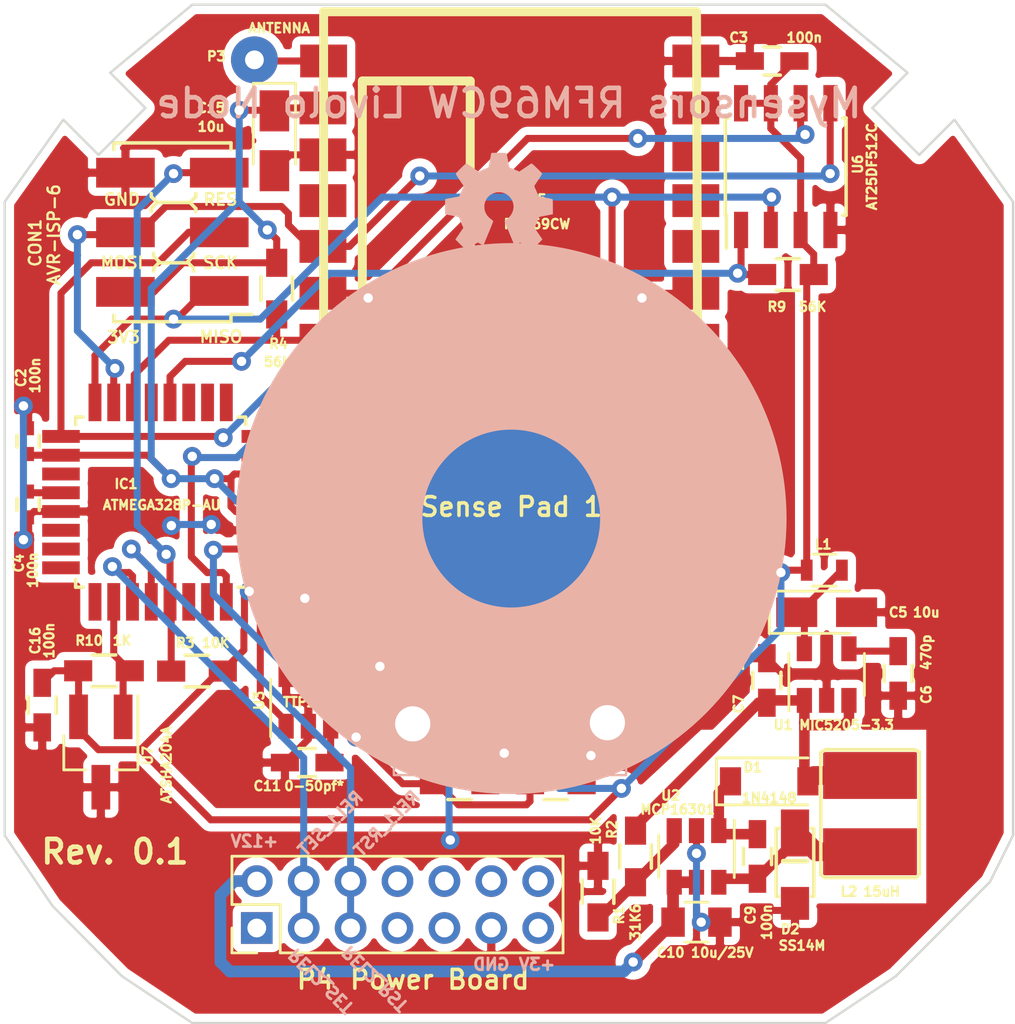
<source format=kicad_pcb>
(kicad_pcb (version 20170123) (host pcbnew no-vcs-found-d4e41c4~58~ubuntu16.04.1)
  (layers (0 F.Cu signal) (31 B.Cu signal) (34 B.Paste user) (35 F.Paste user) (36 B.SilkS user) (37 F.SilkS user) (38 B.Mask user) (39 F.Mask user) (44 Edge.Cuts user))
  (net 0 "")
  (net 1 +3V3)
  (net 2 GND)
  (net 3 "Net-(C4-Pad2)")
  (net 4 "Net-(C6-Pad1)")
  (net 5 "Net-(C7-Pad1)")
  (net 6 /RESET)
  (net 7 "Net-(C9-Pad2)")
  (net 8 "Net-(C9-Pad1)")
  (net 9 /12Vcc)
  (net 10 "Net-(C11-Pad1)")
  (net 11 /MISO)
  (net 12 /SCK)
  (net 13 /MOSI)
  (net 14 "Net-(D5-Pad1)")
  (net 15 "Net-(D6-Pad2)")
  (net 16 /INT)
  (net 17 /TS1)
  (net 18 /S1_LEDs)
  (net 19 "Net-(P3-Pad1)")
  (net 20 "Net-(R1-Pad1)")
  (net 21 /Relay1_Reset)
  (net 22 /Relay1_Set)
  (net 23 /ATSHA204A)
  (net 24 /RADIO_SS)
  (net 25 /FLASH_SS)
  (net 26 "Net-(C5-Pad1)")
  (module Resistors_SMD:R_0603_HandSoldering (layer F.Cu) (at 129.1 98.6 180)
    (fp_text reference R3 (at 0.5 1.2) (layer F.SilkS) (effects (font (size 0.4 0.4) (thickness 0.1))))
    (fp_text value 10K (at -0.8 1.2 180) (layer F.SilkS) (effects (font (size 0.4 0.4) (thickness 0.1))))
    (pad 1 smd rect (at -1.1 0 180) (size 1.2 0.9) (layers F.Cu F.Paste F.Mask) (net 1 +3V3))
    (pad 2 smd rect (at 1.1 0 180) (size 1.2 0.9) (layers F.Cu F.Paste F.Mask) (net 6 /RESET))
  )
  (module myfootprints:Livolo_EU_SW_1_Channel_1Way_Frame_VL-C702X-2_Ver_C1 (layer B.Cu) (at 142.3 92 180)
    (fp_text reference REF** hide)
    (fp_text value Livolo_EU_SW_2Ways_Frame_VL-C702X-2_Ver_C1 hide)
  )
  (module Capacitors_SMD:C_0805 (layer F.Cu) (at 150.4 109.3)
    (fp_text reference C10 (at -1.1 1.3) (layer F.SilkS) (effects (font (size 0.4 0.4) (thickness 0.1))))
    (fp_text value 10u/25V (at 1.1 1.3) (layer F.SilkS) (effects (font (size 0.4 0.4) (thickness 0.1))))
    (pad 1 smd rect (at -1 0) (size 1 1.25) (layers F.Cu F.Paste F.Mask) (net 9 /12Vcc))
    (pad 2 smd rect (at 1 0) (size 1 1.25) (layers F.Cu F.Paste F.Mask) (net 2 GND))
  )
  (module myfootprints:VLCF4020T-150MR68 (layer F.Cu) (at 157.8 104.8)
    (fp_text reference L2 (at -0.9 3.2 -180) (layer F.SilkS) (effects (font (size 0.4 0.4) (thickness 0.1))))
    (fp_text value 15uH (at 0.5 3.2 -180) (layer F.SilkS) (effects (font (size 0.4 0.4) (thickness 0.1))))
    (pad 1 smd rect (at 0 -1.75) (size 4 2) (layers F.Cu F.Paste F.Mask) (net 5 "Net-(C7-Pad1)"))
    (pad 2 smd rect (at 0 1.5) (size 4 2) (layers F.Cu F.Paste F.Mask) (net 7 "Net-(C9-Pad2)"))
  )
  (module myfootprints:SS14M (layer F.Cu) (at 154.6 107 270)
    (fp_text reference D2 (at 2.6 0.2) (layer F.SilkS) (effects (font (size 0.4 0.4) (thickness 0.1))))
    (fp_text value SS14M (at 3.3 -0.3) (layer F.SilkS) (effects (font (size 0.4 0.4) (thickness 0.1))))
    (pad 1 smd rect (at -1.5 0 270) (size 2 1.2) (layers F.Cu F.Paste F.Mask) (net 7 "Net-(C9-Pad2)"))
    (pad 2 smd rect (at 1.5 0 270) (size 1.4 1.2) (layers F.Cu F.Paste F.Mask) (net 2 GND))
  )
  (module Resistors_SMD:R_0603_HandSoldering (layer F.Cu) (at 146.2 108 270)
    (fp_text reference R2 (at -2.65 -0.6 270) (layer F.SilkS) (effects (font (size 0.4 0.4) (thickness 0.1))))
    (fp_text value 10K (at -2.6 0.1 270) (layer F.SilkS) (effects (font (size 0.4 0.4) (thickness 0.1))))
    (pad 2 smd rect (at 1.1 0 270) (size 1.2 0.9) (layers F.Cu F.Paste F.Mask) (net 20 "Net-(R1-Pad1)"))
    (pad 1 smd rect (at -1.1 0 270) (size 1.2 0.9) (layers F.Cu F.Paste F.Mask) (net 2 GND))
  )
  (module TO_SOT_Packages_SMD:SOT-23-6 (layer F.Cu) (at 150.4 106.5 270)
    (fp_text reference U2 (at -2.6 1.1) (layer F.SilkS) (effects (font (size 0.4 0.4) (thickness 0.1))))
    (fp_text value MCP16301 (at -2 0.8 180) (layer F.SilkS) (effects (font (size 0.4 0.4) (thickness 0.1))))
    (pad 5 smd rect (at 1.1 0 270) (size 1.06 0.65) (layers F.Cu F.Paste F.Mask) (net 9 /12Vcc))
    (pad 6 smd rect (at 1.1 -0.95 270) (size 1.06 0.65) (layers F.Cu F.Paste F.Mask) (net 7 "Net-(C9-Pad2)"))
    (pad 4 smd rect (at 1.1 0.95 270) (size 1.06 0.65) (layers F.Cu F.Paste F.Mask) (net 9 /12Vcc))
    (pad 3 smd rect (at -1.1 0.95 270) (size 1.06 0.65) (layers F.Cu F.Paste F.Mask) (net 20 "Net-(R1-Pad1)"))
    (pad 2 smd rect (at -1.1 0 270) (size 1.06 0.65) (layers F.Cu F.Paste F.Mask) (net 2 GND))
    (pad 1 smd rect (at -1.1 -0.95 270) (size 1.06 0.65) (layers F.Cu F.Paste F.Mask) (net 8 "Net-(C9-Pad1)"))
  )
  (module myfootprints:AVR_ISP_SMT_Small_02x03 (layer F.Cu) (at 128.05 79.9 90)
    (fp_text reference CON1 (at -0.45 -5.85 90) (layer F.SilkS) (effects (font (size 0.5 0.5) (thickness 0.1))))
    (fp_text value AVR-ISP-6 (at -0.1 -5.05 270) (layer F.SilkS) (effects (font (size 0.5 0.5) (thickness 0.1))))
    (pad 2 smd rect (at -2.54 -2 90) (size 1.27 2.5) (layers F.Cu F.Paste F.Mask) (net 1 +3V3))
    (pad 4 smd rect (at 0 -2 90) (size 1.27 2.5) (layers F.Cu F.Paste F.Mask) (net 13 /MOSI))
    (pad 6 smd rect (at 2.54 -2 90) (size 1.27 2.5) (layers F.Cu F.Paste F.Mask) (net 2 GND))
    (pad 5 smd rect (at 2.54 2 90) (size 1.27 2.5) (layers F.Cu F.Paste F.Mask) (net 6 /RESET))
    (pad 3 smd rect (at 0 2 90) (size 1.27 2.5) (layers F.Cu F.Paste F.Mask) (net 12 /SCK))
    (pad 1 smd rect (at -2.5 2 90) (size 1.27 2.5) (layers F.Cu F.Paste F.Mask) (net 11 /MISO))
  )
  (module Capacitors_Tantalum_SMD:CP_Tantalum_Case-R_EIA-2012-12_Wave (layer F.Cu) (at 155.95 96.092)
    (fp_text reference C5 (at 3.05 0.008) (layer F.SilkS) (effects (font (size 0.4 0.4) (thickness 0.1))))
    (fp_text value 10u (at 4.25 0.008) (layer F.SilkS) (effects (font (size 0.4 0.4) (thickness 0.1))))
    (pad 1 smd rect (at -1.275 0) (size 1.75 1.26) (layers F.Cu F.Paste F.Mask) (net 26 "Net-(C5-Pad1)"))
    (pad 2 smd rect (at 1.275 0) (size 1.75 1.26) (layers F.Cu F.Paste F.Mask) (net 2 GND))
  )
  (module myfootprints:touch_pad_16mm (layer F.Cu) (at 142.5 92.1)
    (fp_text reference P1 hide)
    (fp_text value "Sense Pad 1" (at 0 -0.5) (layer F.SilkS) (effects (font (size 0.8 0.8))))
    (pad 1 smd circle (at 0 0) (size 15.5 15.5) (layers B.Cu) (net 10 "Net-(C11-Pad1)"))
  )
  (module Resistors_SMD:R_0603_HandSoldering (layer F.Cu) (at 125.134 98.588)
    (fp_text reference R10 (at -0.634 -1.288) (layer F.SilkS) (effects (font (size 0.4 0.4) (thickness 0.1))))
    (fp_text value 1K (at 0.766 -1.288) (layer F.SilkS) (effects (font (size 0.4 0.4) (thickness 0.1))))
    (pad 1 smd rect (at -1.1 0) (size 1.2 0.9) (layers F.Cu F.Paste F.Mask) (net 1 +3V3))
    (pad 2 smd rect (at 1.1 0) (size 1.2 0.9) (layers F.Cu F.Paste F.Mask) (net 23 /ATSHA204A))
  )
  (module Symbols:OSHW-Logo2_7.3x6mm_SilkScreen (layer B.Cu) (at 141.975 79.275 180)
    (fp_text reference REF*** hide)
    (fp_text value OSHW-Logo2_7.3x6mm_SilkScreen hide)
  )
  (module Capacitors_SMD:C_0603_HandSoldering (layer F.Cu) (at 153.625 72.6)
    (fp_text reference C3 (at -1.425 -1 180) (layer F.SilkS) (effects (font (size 0.4 0.4) (thickness 0.1))))
    (fp_text value 100n (at 1.375 -1 180) (layer F.SilkS) (effects (font (size 0.4 0.4) (thickness 0.1))))
    (pad 1 smd rect (at -0.95 0) (size 1.2 0.75) (layers F.Cu F.Paste F.Mask) (net 2 GND))
    (pad 2 smd rect (at 0.95 0) (size 1.2 0.75) (layers F.Cu F.Paste F.Mask) (net 1 +3V3))
  )
  (module myfootprints:hole_1.5mm (layer F.Cu) (at 138.3 100.85)
    (fp_text reference REF** hide)
    (fp_text value hole_1.5mm hide)
    (pad "" np_thru_hole circle (at 0 0) (size 1.5 1.5) (drill 1.5) (layers *.Cu *.Mask))
  )
  (module myfootprints:hole_1.5mm (layer F.Cu) (at 146.6 100.8)
    (fp_text reference REF** hide)
    (fp_text value hole_1.5mm hide)
    (pad "" np_thru_hole circle (at 0 0) (size 1.5 1.5) (drill 1.5) (layers *.Cu *.Mask))
  )
  (module Capacitors_SMD:C_0402 (layer F.Cu) (at 121.9 91.5 90)
    (fp_text reference C4 (at -2.5 -0.4 270) (layer F.SilkS) (effects (font (size 0.4 0.4) (thickness 0.1))))
    (fp_text value 100n (at -2.8 0.2 270) (layer F.SilkS) (effects (font (size 0.4 0.4) (thickness 0.1))))
    (pad 1 smd rect (at -0.55 0 90) (size 0.6 0.5) (layers F.Cu F.Paste F.Mask) (net 2 GND))
    (pad 2 smd rect (at 0.55 0 90) (size 0.6 0.5) (layers F.Cu F.Paste F.Mask) (net 3 "Net-(C4-Pad2)"))
  )
  (module Capacitors_SMD:C_0402 (layer F.Cu) (at 121.9 88.8 270)
    (fp_text reference C2 (at -2.7 0.3 270) (layer F.SilkS) (effects (font (size 0.4 0.4) (thickness 0.1))))
    (fp_text value 100n (at -2.8 -0.3 270) (layer F.SilkS) (effects (font (size 0.4 0.4) (thickness 0.1))))
    (pad 1 smd rect (at -0.55 0 270) (size 0.6 0.5) (layers F.Cu F.Paste F.Mask) (net 2 GND))
    (pad 2 smd rect (at 0.55 0 270) (size 0.6 0.5) (layers F.Cu F.Paste F.Mask) (net 1 +3V3))
  )
  (module Capacitors_SMD:C_0402 (layer F.Cu) (at 133.4 90.6 270)
    (fp_text reference C1 (at -1.7 0.3 270) (layer F.SilkS) (effects (font (size 0.4 0.4) (thickness 0.1))))
    (fp_text value 100n (at -2.1 -0.3 270) (layer F.SilkS) (effects (font (size 0.4 0.4) (thickness 0.1))))
    (pad 1 smd rect (at -0.55 0 270) (size 0.6 0.5) (layers F.Cu F.Paste F.Mask) (net 1 +3V3))
    (pad 2 smd rect (at 0.55 0 270) (size 0.6 0.5) (layers F.Cu F.Paste F.Mask) (net 2 GND))
  )
  (module Capacitors_SMD:C_0603_HandSoldering (layer F.Cu) (at 153.4 99 90)
    (fp_text reference C7 (at -1 -1.2 90) (layer F.SilkS) (effects (font (size 0.4 0.4) (thickness 0.1))))
    (fp_text value 22u (at 1 -1.2 270) (layer F.SilkS) (effects (font (size 0.4 0.4) (thickness 0.1))))
    (pad 1 smd rect (at -0.95 0 90) (size 1.2 0.75) (layers F.Cu F.Paste F.Mask) (net 5 "Net-(C7-Pad1)"))
    (pad 2 smd rect (at 0.95 0 90) (size 1.2 0.75) (layers F.Cu F.Paste F.Mask) (net 2 GND))
  )
  (module Capacitors_SMD:C_0603_HandSoldering (layer F.Cu) (at 159 98.7 270)
    (fp_text reference C6 (at 0.9 -1.2 270) (layer F.SilkS) (effects (font (size 0.4 0.4) (thickness 0.1))))
    (fp_text value 470p (at -0.9 -1.2 270) (layer F.SilkS) (effects (font (size 0.4 0.4) (thickness 0.1))))
    (pad 2 smd rect (at 0.95 0 270) (size 1.2 0.75) (layers F.Cu F.Paste F.Mask) (net 2 GND))
    (pad 1 smd rect (at -0.95 0 270) (size 1.2 0.75) (layers F.Cu F.Paste F.Mask) (net 4 "Net-(C6-Pad1)"))
  )
  (module Capacitors_SMD:C_0603_HandSoldering (layer F.Cu) (at 153 106.5 270)
    (fp_text reference C9 (at 2.5 0.3 270) (layer F.SilkS) (effects (font (size 0.4 0.4) (thickness 0.1))))
    (fp_text value 100n (at 2.8 -0.4 90) (layer F.SilkS) (effects (font (size 0.4 0.4) (thickness 0.1))))
    (pad 2 smd rect (at 0.95 0 270) (size 1.2 0.75) (layers F.Cu F.Paste F.Mask) (net 7 "Net-(C9-Pad2)"))
    (pad 1 smd rect (at -0.95 0 270) (size 1.2 0.75) (layers F.Cu F.Paste F.Mask) (net 8 "Net-(C9-Pad1)"))
  )
  (module Capacitors_SMD:C_0603_HandSoldering (layer F.Cu) (at 133.8 102.5 180)
    (fp_text reference C11 (at 1.7 -1 180) (layer F.SilkS) (effects (font (size 0.4 0.4) (thickness 0.1))))
    (fp_text value 0-50pf* (at -0.3 -1 180) (layer F.SilkS) (effects (font (size 0.4 0.4) (thickness 0.1))))
    (pad 1 smd rect (at -0.95 0 180) (size 1.2 0.75) (layers F.Cu F.Paste F.Mask) (net 10 "Net-(C11-Pad1)"))
    (pad 2 smd rect (at 0.95 0 180) (size 1.2 0.75) (layers F.Cu F.Paste F.Mask) (net 2 GND))
  )
  (module Capacitors_SMD:C_0603_HandSoldering (layer F.Cu) (at 133.8 97.2 180)
    (fp_text reference C13 (at 1.1 1 180) (layer F.SilkS) (effects (font (size 0.4 0.4) (thickness 0.1))))
    (fp_text value 100n (at -1.2 1 180) (layer F.SilkS) (effects (font (size 0.4 0.4) (thickness 0.1))))
    (pad 2 smd rect (at 0.95 0 180) (size 1.2 0.75) (layers F.Cu F.Paste F.Mask) (net 2 GND))
    (pad 1 smd rect (at -0.95 0 180) (size 1.2 0.75) (layers F.Cu F.Paste F.Mask) (net 1 +3V3))
  )
  (module Diodes_SMD:SOD-123 (layer F.Cu) (at 153.5 103.3)
    (fp_text reference D1 (at -0.7 -0.6 180) (layer F.SilkS) (effects (font (size 0.4 0.4) (thickness 0.1))))
    (fp_text value 1N4148 (at 0 0.7) (layer F.SilkS) (effects (font (size 0.4 0.4) (thickness 0.1))))
    (pad 2 smd rect (at 1.65 0) (size 0.9 1.2) (layers F.Cu F.Paste F.Mask) (net 5 "Net-(C7-Pad1)"))
    (pad 1 smd rect (at -1.65 0) (size 0.9 1.2) (layers F.Cu F.Paste F.Mask) (net 8 "Net-(C9-Pad1)"))
  )
  (module Diodes_SMD:D_0603 (layer B.Cu) (at 144.05 102.15 180)
    (fp_text reference D5 (at -0.85 1.05 180) (layer B.SilkS) (effects (font (size 0.4 0.4) (thickness 0.1)) (justify mirror)))
    (fp_text value Red (at 0.65 1.05 180) (layer B.SilkS) (effects (font (size 0.4 0.4) (thickness 0.1)) (justify mirror)))
    (pad 1 smd rect (at -0.85 0 180) (size 0.6 0.8) (layers B.Cu B.Paste B.Mask) (net 14 "Net-(D5-Pad1)"))
    (pad 2 smd rect (at 0.85 0 180) (size 0.6 0.8) (layers B.Cu B.Paste B.Mask) (net 1 +3V3))
  )
  (module Diodes_SMD:D_0603 (layer B.Cu) (at 140.7 102.15)
    (fp_text reference D6 (at 1 -1.05) (layer B.SilkS) (effects (font (size 0.4 0.4) (thickness 0.1)) (justify mirror)))
    (fp_text value Blue (at -0.6 -1.05) (layer B.SilkS) (effects (font (size 0.4 0.4) (thickness 0.1)) (justify mirror)))
    (pad 2 smd rect (at 0.85 0) (size 0.6 0.8) (layers B.Cu B.Paste B.Mask) (net 15 "Net-(D6-Pad2)"))
    (pad 1 smd rect (at -0.85 0) (size 0.6 0.8) (layers B.Cu B.Paste B.Mask) (net 2 GND))
  )
  (module Housings_QFP:TQFP-32_7x7mm_Pitch0.8mm (layer F.Cu) (at 127.55 91.4 180)
    (fp_text reference IC1 (at 1.475 0.775) (layer F.SilkS) (effects (font (size 0.4 0.4) (thickness 0.1))))
    (fp_text value ATMEGA328P-AU (at -0.05 -0.125) (layer F.SilkS) (effects (font (size 0.4 0.4) (thickness 0.1))))
    (pad 32 smd rect (at -2.8 -4.25 270) (size 1.6 0.55) (layers F.Cu F.Paste F.Mask) (net 16 /INT))
    (pad 31 smd rect (at -2 -4.25 270) (size 1.6 0.55) (layers F.Cu F.Paste F.Mask))
    (pad 30 smd rect (at -1.2 -4.25 270) (size 1.6 0.55) (layers F.Cu F.Paste F.Mask))
    (pad 29 smd rect (at -0.4 -4.25 270) (size 1.6 0.55) (layers F.Cu F.Paste F.Mask) (net 6 /RESET))
    (pad 28 smd rect (at 0.4 -4.25 270) (size 1.6 0.55) (layers F.Cu F.Paste F.Mask) (net 21 /Relay1_Reset))
    (pad 27 smd rect (at 1.2 -4.25 270) (size 1.6 0.55) (layers F.Cu F.Paste F.Mask) (net 22 /Relay1_Set))
    (pad 26 smd rect (at 2 -4.25 270) (size 1.6 0.55) (layers F.Cu F.Paste F.Mask) (net 23 /ATSHA204A))
    (pad 25 smd rect (at 2.8 -4.25 270) (size 1.6 0.55) (layers F.Cu F.Paste F.Mask))
    (pad 24 smd rect (at 4.25 -2.8 180) (size 1.6 0.55) (layers F.Cu F.Paste F.Mask))
    (pad 23 smd rect (at 4.25 -2 180) (size 1.6 0.55) (layers F.Cu F.Paste F.Mask))
    (pad 22 smd rect (at 4.25 -1.2 180) (size 1.6 0.55) (layers F.Cu F.Paste F.Mask))
    (pad 21 smd rect (at 4.25 -0.4 180) (size 1.6 0.55) (layers F.Cu F.Paste F.Mask) (net 2 GND))
    (pad 20 smd rect (at 4.25 0.4 180) (size 1.6 0.55) (layers F.Cu F.Paste F.Mask) (net 3 "Net-(C4-Pad2)"))
    (pad 19 smd rect (at 4.25 1.2 180) (size 1.6 0.55) (layers F.Cu F.Paste F.Mask))
    (pad 18 smd rect (at 4.25 2 180) (size 1.6 0.55) (layers F.Cu F.Paste F.Mask) (net 1 +3V3))
    (pad 17 smd rect (at 4.25 2.8 180) (size 1.6 0.55) (layers F.Cu F.Paste F.Mask) (net 12 /SCK))
    (pad 16 smd rect (at 2.8 4.25 270) (size 1.6 0.55) (layers F.Cu F.Paste F.Mask) (net 11 /MISO))
    (pad 15 smd rect (at 2 4.25 270) (size 1.6 0.55) (layers F.Cu F.Paste F.Mask) (net 13 /MOSI))
    (pad 14 smd rect (at 1.2 4.25 270) (size 1.6 0.55) (layers F.Cu F.Paste F.Mask) (net 24 /RADIO_SS))
    (pad 13 smd rect (at 0.4 4.25 270) (size 1.6 0.55) (layers F.Cu F.Paste F.Mask))
    (pad 12 smd rect (at -0.4 4.25 270) (size 1.6 0.55) (layers F.Cu F.Paste F.Mask) (net 25 /FLASH_SS))
    (pad 11 smd rect (at -1.2 4.25 270) (size 1.6 0.55) (layers F.Cu F.Paste F.Mask))
    (pad 10 smd rect (at -2 4.25 270) (size 1.6 0.55) (layers F.Cu F.Paste F.Mask))
    (pad 9 smd rect (at -2.8 4.25 270) (size 1.6 0.55) (layers F.Cu F.Paste F.Mask))
    (pad 8 smd rect (at -4.25 2.8 180) (size 1.6 0.55) (layers F.Cu F.Paste F.Mask))
    (pad 7 smd rect (at -4.25 2 180) (size 1.6 0.55) (layers F.Cu F.Paste F.Mask))
    (pad 6 smd rect (at -4.25 1.2 180) (size 1.6 0.55) (layers F.Cu F.Paste F.Mask) (net 1 +3V3))
    (pad 5 smd rect (at -4.25 0.4 180) (size 1.6 0.55) (layers F.Cu F.Paste F.Mask) (net 2 GND))
    (pad 4 smd rect (at -4.25 -0.4 180) (size 1.6 0.55) (layers F.Cu F.Paste F.Mask) (net 1 +3V3))
    (pad 3 smd rect (at -4.25 -1.2 180) (size 1.6 0.55) (layers F.Cu F.Paste F.Mask) (net 2 GND))
    (pad 2 smd rect (at -4.25 -2 180) (size 1.6 0.55) (layers F.Cu F.Paste F.Mask) (net 18 /S1_LEDs))
    (pad 1 smd rect (at -4.25 -2.8 180) (size 1.6 0.55) (layers F.Cu F.Paste F.Mask) (net 17 /TS1))
  )
  (module Wire_Pads:SolderWirePad_single_0-8mmDrill (layer F.Cu) (at 131.55 72.55)
    (fp_text reference P3 (at -1.625 -0.15) (layer F.SilkS) (effects (font (size 0.4 0.4) (thickness 0.1))))
    (fp_text value ANTENNA (at 1.05 -1.35) (layer F.SilkS) (effects (font (size 0.4 0.4) (thickness 0.1))))
    (pad 1 thru_hole circle (at 0 0) (size 1.99898 1.99898) (drill 0.8001) (layers *.Cu *.Mask) (net 19 "Net-(P3-Pad1)"))
  )
  (module Resistors_SMD:R_0603_HandSoldering (layer F.Cu) (at 147.8 106.5 90)
    (fp_text reference R1 (at -2.5 -0.7 90) (layer F.SilkS) (effects (font (size 0.4 0.4) (thickness 0.1))))
    (fp_text value 31K6 (at -2.8 0 90) (layer F.SilkS) (effects (font (size 0.4 0.4) (thickness 0.1))))
    (pad 1 smd rect (at -1.1 0 90) (size 1.2 0.9) (layers F.Cu F.Paste F.Mask) (net 20 "Net-(R1-Pad1)"))
    (pad 2 smd rect (at 1.1 0 90) (size 1.2 0.9) (layers F.Cu F.Paste F.Mask) (net 5 "Net-(C7-Pad1)"))
  )
  (module Resistors_SMD:R_0603_HandSoldering (layer F.Cu) (at 132.5 82.3 90)
    (fp_text reference R4 (at -2.35 0.075 180) (layer F.SilkS) (effects (font (size 0.4 0.4) (thickness 0.1))))
    (fp_text value 56K (at -3.125 0.05 180) (layer F.SilkS) (effects (font (size 0.4 0.4) (thickness 0.1))))
    (pad 2 smd rect (at 1.1 0 90) (size 1.2 0.9) (layers F.Cu F.Paste F.Mask) (net 1 +3V3))
    (pad 1 smd rect (at -1.1 0 90) (size 1.2 0.9) (layers F.Cu F.Paste F.Mask) (net 24 /RADIO_SS))
  )
  (module Resistors_SMD:R_0603_HandSoldering (layer F.Cu) (at 140.3 103.4 180)
    (fp_text reference R5 (at 1.3 1.2 180) (layer F.SilkS) (effects (font (size 0.4 0.4) (thickness 0.1))))
    (fp_text value 1K* (at 0 1.2 180) (layer F.SilkS) (effects (font (size 0.4 0.4) (thickness 0.1))))
    (pad 1 smd rect (at -1.1 0 180) (size 1.2 0.9) (layers F.Cu F.Paste F.Mask) (net 15 "Net-(D6-Pad2)"))
    (pad 2 smd rect (at 1.1 0 180) (size 1.2 0.9) (layers F.Cu F.Paste F.Mask) (net 18 /S1_LEDs))
  )
  (module Resistors_SMD:R_0603_HandSoldering (layer F.Cu) (at 144.4 103.4 180)
    (fp_text reference R6 (at 1.2 1.2) (layer F.SilkS) (effects (font (size 0.4 0.4) (thickness 0.1))))
    (fp_text value 1K* (at -0.1 1.2) (layer F.SilkS) (effects (font (size 0.4 0.4) (thickness 0.1))))
    (pad 2 smd rect (at 1.1 0 180) (size 1.2 0.9) (layers F.Cu F.Paste F.Mask) (net 18 /S1_LEDs))
    (pad 1 smd rect (at -1.1 0 180) (size 1.2 0.9) (layers F.Cu F.Paste F.Mask) (net 14 "Net-(D5-Pad1)"))
  )
  (module TO_SOT_Packages_SMD:SOT-23-5 (layer F.Cu) (at 155.95 98.75 90)
    (fp_text reference U1 (at -2.15 -1.85 180) (layer F.SilkS) (effects (font (size 0.4 0.4) (thickness 0.1))))
    (fp_text value MIC5205-3.3 (at -2.15 0.85 180) (layer F.SilkS) (effects (font (size 0.4 0.4) (thickness 0.1))))
    (pad 5 smd rect (at 1.1 -0.95 90) (size 1.06 0.65) (layers F.Cu F.Paste F.Mask) (net 26 "Net-(C5-Pad1)"))
    (pad 4 smd rect (at 1.1 0.95 90) (size 1.06 0.65) (layers F.Cu F.Paste F.Mask) (net 4 "Net-(C6-Pad1)"))
    (pad 3 smd rect (at -1.1 0.95 90) (size 1.06 0.65) (layers F.Cu F.Paste F.Mask) (net 5 "Net-(C7-Pad1)"))
    (pad 2 smd rect (at -1.1 0 90) (size 1.06 0.65) (layers F.Cu F.Paste F.Mask) (net 2 GND))
    (pad 1 smd rect (at -1.1 -0.95 90) (size 1.06 0.65) (layers F.Cu F.Paste F.Mask) (net 5 "Net-(C7-Pad1)"))
  )
  (module TO_SOT_Packages_SMD:SOT-23-6 (layer F.Cu) (at 133.85 99.85 90)
    (fp_text reference U3 (at 0 -2.1 270) (layer F.SilkS) (effects (font (size 0.4 0.4) (thickness 0.1))))
    (fp_text value TTP223 (at -0.075 0) (layer F.SilkS) (effects (font (size 0.4 0.4) (thickness 0.1))))
    (pad 5 smd rect (at 1.1 0 90) (size 1.06 0.65) (layers F.Cu F.Paste F.Mask) (net 1 +3V3))
    (pad 6 smd rect (at 1.1 -0.95 90) (size 1.06 0.65) (layers F.Cu F.Paste F.Mask) (net 2 GND))
    (pad 4 smd rect (at 1.1 0.95 90) (size 1.06 0.65) (layers F.Cu F.Paste F.Mask) (net 1 +3V3))
    (pad 3 smd rect (at -1.1 0.95 90) (size 1.06 0.65) (layers F.Cu F.Paste F.Mask) (net 10 "Net-(C11-Pad1)"))
    (pad 2 smd rect (at -1.1 0 90) (size 1.06 0.65) (layers F.Cu F.Paste F.Mask) (net 2 GND))
    (pad 1 smd rect (at -1.1 -0.95 90) (size 1.06 0.65) (layers F.Cu F.Paste F.Mask) (net 17 /TS1))
  )
  (module myfootprints:RFM69CW (layer F.Cu) (at 142.45 78.55)
    (fp_text reference U5 (at 1.15 -0.05) (layer F.SilkS) (effects (font (size 0.4 0.4) (thickness 0.1))))
    (fp_text value RFM69CW (at 1.15 1) (layer F.SilkS) (effects (font (size 0.4 0.4) (thickness 0.1))))
    (pad 1 smd rect (at -7.9502 -5.95122) (size 1.99898 1.39954) (layers F.Cu F.Paste F.Mask) (net 19 "Net-(P3-Pad1)"))
    (pad 2 smd rect (at -7.97814 -3.9497) (size 1.99898 1.39954) (layers F.Cu F.Paste F.Mask) (net 1 +3V3))
    (pad 3 smd rect (at -7.97814 -1.95072) (size 1.99898 1.39954) (layers F.Cu F.Paste F.Mask) (net 2 GND))
    (pad 4 smd rect (at -7.97814 0) (size 1.99898 1.39954) (layers F.Cu F.Paste F.Mask))
    (pad 5 smd rect (at -7.97814 1.95072) (size 1.99898 1.39954) (layers F.Cu F.Paste F.Mask) (net 13 /MOSI))
    (pad 6 smd rect (at -7.97814 3.9497) (size 1.99898 1.39954) (layers F.Cu F.Paste F.Mask) (net 12 /SCK))
    (pad 7 smd rect (at -7.97814 5.95122) (size 1.99898 1.39954) (layers F.Cu F.Paste F.Mask) (net 24 /RADIO_SS))
    (pad 8 smd rect (at 7.92226 5.95122) (size 1.99898 1.39954) (layers F.Cu F.Paste F.Mask) (net 11 /MISO))
    (pad 9 smd rect (at 7.92226 3.9497) (size 1.99898 1.39954) (layers F.Cu F.Paste F.Mask) (net 16 /INT))
    (pad 10 smd rect (at 7.92226 1.95072) (size 1.99898 1.39954) (layers F.Cu F.Paste F.Mask))
    (pad 11 smd rect (at 7.92226 0) (size 1.99898 1.39954) (layers F.Cu F.Paste F.Mask))
    (pad 12 smd rect (at 7.92226 -1.95072) (size 1.99898 1.39954) (layers F.Cu F.Paste F.Mask))
    (pad 13 smd rect (at 7.92226 -3.9497) (size 1.99898 1.39954) (layers F.Cu F.Paste F.Mask))
    (pad 14 smd rect (at 7.92226 -5.95122) (size 1.99898 1.39954) (layers F.Cu F.Paste F.Mask) (net 2 GND))
  )
  (module Capacitors_SMD:C_0603_HandSoldering (layer F.Cu) (at 122.5 100.05 90)
    (fp_text reference C16 (at 2.75 -0.3 90) (layer F.SilkS) (effects (font (size 0.4 0.4) (thickness 0.1))))
    (fp_text value 100n (at 2.75 0.3 90) (layer F.SilkS) (effects (font (size 0.4 0.4) (thickness 0.1))))
    (pad 2 smd rect (at 0.95 0 90) (size 1.2 0.75) (layers F.Cu F.Paste F.Mask) (net 1 +3V3))
    (pad 1 smd rect (at -0.95 0 90) (size 1.2 0.75) (layers F.Cu F.Paste F.Mask) (net 2 GND))
  )
  (module Resistors_SMD:R_0603_HandSoldering (layer F.Cu) (at 154.3 81.7 180)
    (fp_text reference R9 (at 0.475 -1.375 180) (layer F.SilkS) (effects (font (size 0.4 0.4) (thickness 0.1))))
    (fp_text value 56K (at -1.05 -1.375 180) (layer F.SilkS) (effects (font (size 0.4 0.4) (thickness 0.1))))
    (pad 2 smd rect (at 1.1 0 180) (size 1.2 0.9) (layers F.Cu F.Paste F.Mask) (net 25 /FLASH_SS))
    (pad 1 smd rect (at -1.1 0 180) (size 1.2 0.9) (layers F.Cu F.Paste F.Mask) (net 1 +3V3))
  )
  (module Housings_SOIC:SOIC-8_3.9x4.9mm_Pitch1.27mm (layer F.Cu) (at 154.205 77.1 90)
    (fp_text reference U6 (at 0.1 3.075 270) (layer F.SilkS) (effects (font (size 0.4 0.4) (thickness 0.1))))
    (fp_text value AT25DF512C (at 0 3.675 90) (layer F.SilkS) (effects (font (size 0.4 0.4) (thickness 0.1))))
    (pad 8 smd rect (at 2.7 -1.905 90) (size 1.55 0.6) (layers F.Cu F.Paste F.Mask) (net 1 +3V3))
    (pad 7 smd rect (at 2.7 -0.635 90) (size 1.55 0.6) (layers F.Cu F.Paste F.Mask) (net 1 +3V3))
    (pad 6 smd rect (at 2.7 0.635 90) (size 1.55 0.6) (layers F.Cu F.Paste F.Mask) (net 12 /SCK))
    (pad 5 smd rect (at 2.7 1.905 90) (size 1.55 0.6) (layers F.Cu F.Paste F.Mask) (net 13 /MOSI))
    (pad 4 smd rect (at -2.7 1.905 90) (size 1.55 0.6) (layers F.Cu F.Paste F.Mask) (net 2 GND))
    (pad 3 smd rect (at -2.7 0.635 90) (size 1.55 0.6) (layers F.Cu F.Paste F.Mask) (net 1 +3V3))
    (pad 2 smd rect (at -2.7 -0.635 90) (size 1.55 0.6) (layers F.Cu F.Paste F.Mask) (net 11 /MISO))
    (pad 1 smd rect (at -2.7 -1.905 90) (size 1.55 0.6) (layers F.Cu F.Paste F.Mask) (net 25 /FLASH_SS))
  )
  (module TO_SOT_Packages_SMD:SOT-23_Handsoldering (layer F.Cu) (at 125 102.05 270)
    (fp_text reference U7 (at 0.15 -2 270) (layer F.SilkS) (effects (font (size 0.4 0.4) (thickness 0.1))))
    (fp_text value ATSHA204A (at 0.55 -2.8 90) (layer F.SilkS) (effects (font (size 0.4 0.4) (thickness 0.1))))
    (pad 3 smd rect (at 1.5 0 270) (size 1.9 0.8) (layers F.Cu F.Paste F.Mask) (net 2 GND))
    (pad 2 smd rect (at -1.5 0.95 270) (size 1.9 0.8) (layers F.Cu F.Paste F.Mask) (net 1 +3V3))
    (pad 1 smd rect (at -1.5 -0.95 270) (size 1.9 0.8) (layers F.Cu F.Paste F.Mask) (net 23 /ATSHA204A))
  )
  (module Resistors_SMD:R_0603 (layer F.Cu) (at 155.85 94.3)
    (fp_text reference L1 (at -0.05 -1.1) (layer F.SilkS) (effects (font (size 0.4 0.4) (thickness 0.1))))
    (fp_text value BLM18HE152SN1D hide)
    (pad 2 smd rect (at 0.75 0) (size 0.5 0.9) (layers F.Cu F.Paste F.Mask) (net 26 "Net-(C5-Pad1)"))
    (pad 1 smd rect (at -0.75 0) (size 0.5 0.9) (layers F.Cu F.Paste F.Mask) (net 1 +3V3))
  )
  (module Capacitors_Tantalum_SMD:CP_Tantalum_Case-R_EIA-2012-12_Wave (layer F.Cu) (at 132.4 76 270)
    (fp_text reference C15 (at -1.4 2.7) (layer F.SilkS) (effects (font (size 0.4 0.4) (thickness 0.1))))
    (fp_text value 10u (at -0.6 2.7) (layer F.SilkS) (effects (font (size 0.4 0.4) (thickness 0.1))))
    (pad 2 smd rect (at 1.275 0 270) (size 1.75 1.26) (layers F.Cu F.Paste F.Mask) (net 2 GND))
    (pad 1 smd rect (at -1.275 0 270) (size 1.75 1.26) (layers F.Cu F.Paste F.Mask) (net 1 +3V3))
  )
  (module Pin_Headers:Pin_Header_Straight_2x07_Pitch2.00mm (layer F.Cu) (at 131.65 109.55 90)
    (fp_text reference P4 (at -2.2 2.5 180) (layer F.SilkS) (effects (font (size 0.8 0.8))))
    (fp_text value "Power Board" (at -2.2 7.8 180) (layer F.SilkS) (effects (font (size 0.8 0.8))))
    (pad 14 thru_hole oval (at 2 12 90) (size 1.35 1.35) (drill 0.8) (layers *.Cu *.Mask))
    (pad 13 thru_hole oval (at 0 12 90) (size 1.35 1.35) (drill 0.8) (layers *.Cu *.Mask))
    (pad 12 thru_hole oval (at 2 10 90) (size 1.35 1.35) (drill 0.8) (layers *.Cu *.Mask))
    (pad 11 thru_hole oval (at 0 10 90) (size 1.35 1.35) (drill 0.8) (layers *.Cu *.Mask) (net 2 GND))
    (pad 10 thru_hole oval (at 2 8 90) (size 1.35 1.35) (drill 0.8) (layers *.Cu *.Mask))
    (pad 9 thru_hole oval (at 0 8 90) (size 1.35 1.35) (drill 0.8) (layers *.Cu *.Mask))
    (pad 8 thru_hole oval (at 2 6 90) (size 1.35 1.35) (drill 0.8) (layers *.Cu *.Mask))
    (pad 7 thru_hole oval (at 0 6 90) (size 1.35 1.35) (drill 0.8) (layers *.Cu *.Mask))
    (pad 6 thru_hole oval (at 2 4 90) (size 1.35 1.35) (drill 0.8) (layers *.Cu *.Mask) (net 21 /Relay1_Reset))
    (pad 5 thru_hole oval (at 0 4 90) (size 1.35 1.35) (drill 0.8) (layers *.Cu *.Mask) (net 21 /Relay1_Reset))
    (pad 4 thru_hole oval (at 2 2 90) (size 1.35 1.35) (drill 0.8) (layers *.Cu *.Mask) (net 22 /Relay1_Set))
    (pad 3 thru_hole oval (at 0 2 90) (size 1.35 1.35) (drill 0.8) (layers *.Cu *.Mask) (net 22 /Relay1_Set))
    (pad 2 thru_hole oval (at 2 0 90) (size 1.35 1.35) (drill 0.8) (layers *.Cu *.Mask) (net 9 /12Vcc))
    (pad 1 thru_hole rect (at 0 0 90) (size 1.35 1.35) (drill 0.8) (layers *.Cu *.Mask))
  )
  (gr_text +3V (at 143.6 111.1) (layer B.SilkS) (effects (font (size 0.5 0.5) (thickness 0.12)) (justify mirror)))
  (gr_line (start 158.90064 111.60234) (end 162.91 107.59) (layer Edge.Cuts) (width 0.1))
  (gr_line (start 157.89988 74.60216) (end 159.89886 76.60114) (layer Edge.Cuts) (width 0.1))
  (gr_line (start 125.89842 111.60234) (end 128.9007 113.60132) (layer Edge.Cuts) (width 0.1))
  (gr_line (start 163.89936 105.60032) (end 163.89936 78.60012) (layer Edge.Cuts) (width 0.1))
  (gr_line (start 126.89918 74.60216) (end 125.40058 73.10102) (layer Edge.Cuts) (width 0.1))
  (gr_line (start 155.9 70.2) (end 159.39848 73.10102) (layer Edge.Cuts) (width 0.1))
  (gr_line (start 162.91 107.59) (end 163.89936 105.60032) (layer Edge.Cuts) (width 0.1))
  (gr_line (start 120.8997 105.60032) (end 120.8997 78.60012) (layer Edge.Cuts) (width 0.1))
  (gr_line (start 123.39906 75.1) (end 124.9002 76.60114) (layer Edge.Cuts) (width 0.1))
  (gr_line (start 124.9002 76.60114) (end 126.89918 74.60216) (layer Edge.Cuts) (width 0.1))
  (gr_line (start 125.40058 73.10102) (end 128.9 70.2) (layer Edge.Cuts) (width 0.1))
  (gr_line (start 128.9 70.2) (end 155.89766 70.2) (layer Edge.Cuts) (width 0.1))
  (gr_line (start 159.89886 76.60114) (end 161.4 75.1) (layer Edge.Cuts) (width 0.1))
  (gr_line (start 122.94 108.61) (end 125.89842 111.60234) (layer Edge.Cuts) (width 0.1))
  (gr_line (start 155.89836 113.60132) (end 158.90064 111.60234) (layer Edge.Cuts) (width 0.1))
  (gr_line (start 128.9007 113.60132) (end 155.89836 113.60132) (layer Edge.Cuts) (width 0.1))
  (gr_line (start 120.8997 105.60032) (end 122.94 108.61) (layer Edge.Cuts) (width 0.1))
  (gr_line (start 159.39848 73.10102) (end 157.89988 74.60216) (layer Edge.Cuts) (width 0.1))
  (gr_line (start 120.8997 78.60012) (end 123.39906 75.1) (layer Edge.Cuts) (width 0.1))
  (gr_line (start 161.4 75.1) (end 163.89936 78.60012) (layer Edge.Cuts) (width 0.1))
  (gr_text REL1_SET (at 134.8 105.1 45) (layer B.SilkS) (effects (font (size 0.5 0.5) (thickness 0.12)) (justify mirror)))
  (gr_text REL1_RST (at 137.2 105.1 45) (layer B.SilkS) (effects (font (size 0.5 0.5) (thickness 0.12)) (justify mirror)))
  (gr_text REL2_RST (at 136.7 111.7 135) (layer B.SilkS) (effects (font (size 0.5 0.5) (thickness 0.12)) (justify mirror)))
  (gr_text REL2_SET (at 134.4 111.8 135) (layer B.SilkS) (effects (font (size 0.5 0.5) (thickness 0.12)) (justify mirror)))
  (gr_text "Rev. 0.1" (at 125.6 106.3) (layer F.SilkS) (effects (font (size 1 1) (thickness 0.2))))
  (gr_text RES (at 130.1 78.5) (layer F.SilkS) (effects (font (size 0.5 0.5) (thickness 0.1))))
  (gr_text SCK (at 130.1 81.2) (layer F.SilkS) (effects (font (size 0.5 0.5) (thickness 0.1))))
  (gr_text MISO (at 130.125 84.35) (layer F.SilkS) (effects (font (size 0.5 0.5) (thickness 0.1))))
  (gr_text GND (at 125.9 78.5) (layer F.SilkS) (effects (font (size 0.5 0.5) (thickness 0.1))))
  (gr_text MOSI (at 125.9 81.2) (layer F.SilkS) (effects (font (size 0.5 0.5) (thickness 0.1))))
  (gr_text 3V3 (at 125.975 84.375) (layer F.SilkS) (effects (font (size 0.5 0.5) (thickness 0.1))))
  (gr_text GND (at 141.65 111.1) (layer B.SilkS) (effects (font (size 0.5 0.5) (thickness 0.12)) (justify mirror)))
  (gr_text +12V (at 131.55 105.85) (layer B.SilkS) (effects (font (size 0.5 0.5) (thickness 0.12)) (justify mirror)))
  (gr_text "Mysensors RFM69CW Livolo Node" (at 142.4 74.4) (layer B.SilkS) (effects (font (size 1.2 1.2) (thickness 0.2)) (justify mirror)))
  (segment (start 131.325001 95.20231) (end 131.325001 91.874991) (width 0.3) (layer B.Cu) (net 1))
  (segment (start 131.325001 91.874991) (end 129.85001 90.4) (width 0.3) (layer B.Cu) (net 1))
  (segment (start 155.4 81.7) (end 155.4 80.835) (width 0.3) (layer F.Cu) (net 1))
  (segment (start 155.4 80.835) (end 154.84 80.275) (width 0.3) (layer F.Cu) (net 1))
  (segment (start 154.84 80.275) (end 154.84 79.8) (width 0.3) (layer F.Cu) (net 1))
  (segment (start 153.57 75.475) (end 154.84 76.745) (width 0.3) (layer F.Cu) (net 1))
  (segment (start 153.57 74.4) (end 153.57 75.475) (width 0.3) (layer F.Cu) (net 1))
  (segment (start 154.84 76.745) (end 154.84 79.8) (width 0.3) (layer F.Cu) (net 1))
  (segment (start 153.57 74.4) (end 153.57 73.605) (width 0.3) (layer F.Cu) (net 1))
  (segment (start 153.57 73.605) (end 154.575 72.6) (width 0.3) (layer F.Cu) (net 1))
  (segment (start 152.3 74.4) (end 153.57 74.4) (width 0.3) (layer F.Cu) (net 1))
  (segment (start 144.55 103.6) (end 147.2 103.6) (width 0.3) (layer B.Cu) (net 1))
  (segment (start 143.2 102.25) (end 144.55 103.6) (width 0.3) (layer B.Cu) (net 1))
  (segment (start 145.86128 104.93872) (end 147.2 103.6) (width 0.3) (layer F.Cu) (net 1))
  (segment (start 129.688718 104.93872) (end 145.86128 104.93872) (width 0.3) (layer F.Cu) (net 1))
  (segment (start 154 96.8) (end 147.2 103.6) (width 0.3) (layer B.Cu) (net 1))
  (segment (start 154 94.4) (end 154 96.8) (width 0.3) (layer B.Cu) (net 1))
  (segment (start 143.2 102.15) (end 143.2 102.25) (width 0.3) (layer B.Cu) (net 1))
  (segment (start 126.699999 101.950001) (end 129.688718 104.93872) (width 0.3) (layer F.Cu) (net 1))
  (via (at 147.2 103.6) (size 0.8) (drill 0.4) (layers F.Cu B.Cu) (net 1))
  (segment (start 124.034 98.588) (end 123.012 98.588) (width 0.3) (layer F.Cu) (net 1))
  (segment (start 123.012 98.588) (end 122.5 99.1) (width 0.3) (layer F.Cu) (net 1))
  (segment (start 129.85001 90.4) (end 130.5 90.4) (width 0.3) (layer F.Cu) (net 1))
  (segment (start 130.5 90.4) (end 130.7 90.2) (width 0.3) (layer F.Cu) (net 1))
  (segment (start 132.1 79.8) (end 130.9 78.6) (width 0.3) (layer B.Cu) (net 1))
  (segment (start 130.9 78.6) (end 130.9 78.541998) (width 0.3) (layer B.Cu) (net 1))
  (segment (start 127.149998 82.292) (end 130.9 78.541998) (width 0.3) (layer B.Cu) (net 1))
  (segment (start 127.999989 90.4) (end 127.149998 89.550009) (width 0.3) (layer B.Cu) (net 1))
  (segment (start 127.149998 89.550009) (end 127.149998 82.292) (width 0.3) (layer B.Cu) (net 1))
  (segment (start 130.9 78.541998) (end 130.9 74.7) (width 0.3) (layer B.Cu) (net 1))
  (segment (start 132.5 81.2) (end 132.499999 80.199999) (width 0.3) (layer F.Cu) (net 1))
  (segment (start 132.499999 80.199999) (end 132.1 79.8) (width 0.3) (layer F.Cu) (net 1))
  (via (at 132.1 79.8) (size 0.8) (drill 0.4) (layers F.Cu B.Cu) (net 1))
  (segment (start 126.05 82.44) (end 127.26 82.44) (width 0.3) (layer F.Cu) (net 1))
  (segment (start 127.26 82.44) (end 128.5 81.2) (width 0.3) (layer F.Cu) (net 1))
  (segment (start 128.5 81.2) (end 132.5 81.2) (width 0.3) (layer F.Cu) (net 1))
  (segment (start 123.3 89.4) (end 121.95 89.4) (width 0.3) (layer F.Cu) (net 1))
  (segment (start 121.95 89.4) (end 121.9 89.35) (width 0.3) (layer F.Cu) (net 1))
  (segment (start 130.2 98.6) (end 131.1 97.7) (width 0.3) (layer F.Cu) (net 1))
  (segment (start 131.1 97.7) (end 131.1 96.875002) (width 0.3) (layer F.Cu) (net 1))
  (segment (start 131.1 96.875002) (end 131.125001 96.850001) (width 0.3) (layer F.Cu) (net 1))
  (segment (start 131.125001 96.850001) (end 131.125001 95.40231) (width 0.3) (layer F.Cu) (net 1))
  (segment (start 131.125001 95.40231) (end 131.325001 95.20231) (width 0.3) (layer F.Cu) (net 1))
  (segment (start 155.1 94.3) (end 154.1 94.3) (width 0.3) (layer F.Cu) (net 1))
  (segment (start 154.1 94.3) (end 154 94.4) (width 0.3) (layer F.Cu) (net 1))
  (via (at 154 94.4) (size 0.8) (drill 0.4) (layers F.Cu B.Cu) (net 1))
  (segment (start 134.8 98.75) (end 133.85 98.75) (width 0.3) (layer F.Cu) (net 1))
  (segment (start 134.8 98.75) (end 134.8 97.25) (width 0.3) (layer F.Cu) (net 1))
  (segment (start 134.8 97.25) (end 134.75 97.2) (width 0.3) (layer F.Cu) (net 1))
  (segment (start 133.70001 95.5) (end 133.70001 96.15001) (width 0.3) (layer F.Cu) (net 1))
  (segment (start 133.70001 96.15001) (end 134.75 97.2) (width 0.3) (layer F.Cu) (net 1))
  (segment (start 133.40232 95.20231) (end 133.70001 95.5) (width 0.3) (layer B.Cu) (net 1))
  (via (at 131.325001 95.20231) (size 0.8) (drill 0.4) (layers F.Cu B.Cu) (net 1))
  (via (at 133.70001 95.5) (size 0.8) (drill 0.4) (layers F.Cu B.Cu) (net 1))
  (segment (start 131.325001 95.20231) (end 133.40232 95.20231) (width 0.3) (layer B.Cu) (net 1))
  (segment (start 130.9 74.7) (end 132.375 74.7) (width 0.3) (layer F.Cu) (net 1))
  (segment (start 132.375 74.7) (end 132.4 74.725) (width 0.3) (layer F.Cu) (net 1))
  (via (at 130.9 74.7) (size 0.8) (drill 0.4) (layers F.Cu B.Cu) (net 1))
  (segment (start 155.1 94.3) (end 155.1 82) (width 0.3) (layer F.Cu) (net 1))
  (segment (start 155.1 82) (end 155.4 81.7) (width 0.3) (layer F.Cu) (net 1))
  (segment (start 124.05 100.55) (end 124.05 101.1) (width 0.3) (layer F.Cu) (net 1))
  (segment (start 124.05 101.1) (end 124.900001 101.950001) (width 0.3) (layer F.Cu) (net 1))
  (segment (start 124.900001 101.950001) (end 126.699999 101.950001) (width 0.3) (layer F.Cu) (net 1))
  (segment (start 126.699999 101.950001) (end 130.05 98.6) (width 0.3) (layer F.Cu) (net 1))
  (segment (start 130.05 98.6) (end 130.2 98.6) (width 0.3) (layer F.Cu) (net 1))
  (via (at 129.85001 90.4) (size 0.8) (drill 0.4) (layers F.Cu B.Cu) (net 1))
  (segment (start 127.999989 90.4) (end 129.85001 90.4) (width 0.3) (layer B.Cu) (net 1))
  (segment (start 130.758002 91.8) (end 131.8 91.8) (width 0.3) (layer F.Cu) (net 1))
  (segment (start 130.549999 90.350001) (end 130.549999 91.591997) (width 0.3) (layer F.Cu) (net 1))
  (segment (start 130.549999 91.591997) (end 130.758002 91.8) (width 0.3) (layer F.Cu) (net 1))
  (via (at 127.999989 90.4) (size 0.8) (drill 0.4) (layers F.Cu B.Cu) (net 1))
  (segment (start 123.3 89.4) (end 126.999989 89.4) (width 0.3) (layer F.Cu) (net 1))
  (segment (start 126.999989 89.4) (end 127.999989 90.4) (width 0.3) (layer F.Cu) (net 1))
  (segment (start 131.8 90.2) (end 130.7 90.2) (width 0.3) (layer F.Cu) (net 1))
  (segment (start 130.7 90.2) (end 130.549999 90.350001) (width 0.3) (layer F.Cu) (net 1))
  (segment (start 124.05 100.55) (end 124.05 98.604) (width 0.3) (layer F.Cu) (net 1))
  (segment (start 124.05 98.604) (end 124.034 98.588) (width 0.3) (layer F.Cu) (net 1))
  (segment (start 131.8 91.8) (end 131.874999 91.874999) (width 0.3) (layer F.Cu) (net 1))
  (segment (start 154.39 72.785) (end 154.575 72.6) (width 0.3) (layer F.Cu) (net 1))
  (segment (start 133.4 90.05) (end 133.25 90.2) (width 0.3) (layer F.Cu) (net 1))
  (segment (start 133.25 90.2) (end 131.8 90.2) (width 0.3) (layer F.Cu) (net 1))
  (segment (start 134.47186 74.6003) (end 132.5247 74.6003) (width 0.3) (layer F.Cu) (net 1))
  (segment (start 132.5247 74.6003) (end 132.4 74.725) (width 0.3) (layer F.Cu) (net 1))
  (segment (start 139.85 102.15) (end 139.85 105.75) (width 0.3) (layer B.Cu) (net 2))
  (segment (start 139.85 105.75) (end 139.9 105.8) (width 0.3) (layer B.Cu) (net 2))
  (via (at 139.9 105.8) (size 0.8) (drill 0.4) (layers F.Cu B.Cu) (net 2))
  (segment (start 123.3 91.8) (end 122.15 91.8) (width 0.3) (layer F.Cu) (net 2))
  (segment (start 122.15 91.8) (end 121.9 92.05) (width 0.3) (layer F.Cu) (net 2))
  (segment (start 121.7 87.300004) (end 121.7 88.05) (width 0.3) (layer F.Cu) (net 2))
  (segment (start 121.7 88.05) (end 121.9 88.25) (width 0.3) (layer F.Cu) (net 2))
  (segment (start 121.700004 93) (end 121.700004 92.249996) (width 0.3) (layer F.Cu) (net 2))
  (segment (start 121.700004 92.249996) (end 121.9 92.05) (width 0.3) (layer F.Cu) (net 2))
  (segment (start 121.700004 87.300008) (end 121.7 87.300004) (width 0.3) (layer B.Cu) (net 2))
  (segment (start 121.700004 93) (end 121.700004 87.300008) (width 0.3) (layer B.Cu) (net 2))
  (via (at 121.7 87.300004) (size 0.8) (drill 0.4) (layers F.Cu B.Cu) (net 2))
  (segment (start 151.4 109.3) (end 152.4 109.3) (width 0.3) (layer F.Cu) (net 2))
  (segment (start 152.4 109.3) (end 152.9 108.8) (width 0.3) (layer F.Cu) (net 2))
  (segment (start 152.9 108.8) (end 154.3 108.8) (width 0.3) (layer F.Cu) (net 2))
  (segment (start 154.3 108.8) (end 154.6 108.5) (width 0.3) (layer F.Cu) (net 2))
  (segment (start 129.708005 92.352866) (end 128.055128 92.352866) (width 0.3) (layer B.Cu) (net 2))
  (segment (start 123.3 91.8) (end 127.407994 91.8) (width 0.3) (layer F.Cu) (net 2))
  (segment (start 128.055128 92.352866) (end 128.007994 92.4) (width 0.3) (layer B.Cu) (net 2))
  (segment (start 131.8 92.6) (end 129.955139 92.6) (width 0.3) (layer F.Cu) (net 2))
  (segment (start 127.407994 91.8) (end 128.007994 92.4) (width 0.3) (layer F.Cu) (net 2))
  (via (at 128.007994 92.4) (size 0.8) (drill 0.4) (layers F.Cu B.Cu) (net 2))
  (via (at 129.708005 92.352866) (size 0.8) (drill 0.4) (layers F.Cu B.Cu) (net 2))
  (segment (start 129.955139 92.6) (end 129.708005 92.352866) (width 0.3) (layer F.Cu) (net 2))
  (segment (start 155.95 99.85) (end 155.95 99.02) (width 0.3) (layer F.Cu) (net 2))
  (segment (start 155.95 99.02) (end 155.560001 98.630001) (width 0.3) (layer F.Cu) (net 2))
  (segment (start 153.980001 98.630001) (end 153.4 98.05) (width 0.3) (layer F.Cu) (net 2))
  (segment (start 155.560001 98.630001) (end 153.980001 98.630001) (width 0.3) (layer F.Cu) (net 2))
  (segment (start 121.7 92.999996) (end 121.700004 93) (width 0.3) (layer F.Cu) (net 2))
  (via (at 121.700004 93) (size 0.8) (drill 0.4) (layers F.Cu B.Cu) (net 2))
  (segment (start 150.600002 109.3) (end 151.4 109.3) (width 0.3) (layer F.Cu) (net 2))
  (segment (start 150.4 106.369998) (end 150.4 109.099998) (width 0.3) (layer B.Cu) (net 2))
  (segment (start 150.4 109.099998) (end 150.600002 109.3) (width 0.3) (layer B.Cu) (net 2))
  (via (at 150.600002 109.3) (size 0.8) (drill 0.4) (layers F.Cu B.Cu) (net 2))
  (segment (start 150.4 105.4) (end 150.4 106.369998) (width 0.3) (layer F.Cu) (net 2))
  (via (at 150.4 106.369998) (size 0.8) (drill 0.4) (layers F.Cu B.Cu) (net 2))
  (segment (start 132.85 97.2) (end 132.85 95.035002) (width 0.3) (layer F.Cu) (net 2))
  (segment (start 133.050001 92.750001) (end 132.9 92.6) (width 0.3) (layer F.Cu) (net 2))
  (segment (start 132.85 95.035002) (end 133.050001 94.835001) (width 0.3) (layer F.Cu) (net 2))
  (segment (start 133.050001 94.835001) (end 133.050001 92.750001) (width 0.3) (layer F.Cu) (net 2))
  (segment (start 133.85 100.95) (end 133.85 100.12) (width 0.3) (layer F.Cu) (net 2))
  (segment (start 133.85 100.12) (end 133.460001 99.730001) (width 0.3) (layer F.Cu) (net 2))
  (segment (start 133.460001 99.730001) (end 133.050001 99.730001) (width 0.3) (layer F.Cu) (net 2))
  (segment (start 133.050001 99.730001) (end 132.9 99.58) (width 0.3) (layer F.Cu) (net 2))
  (segment (start 132.9 99.58) (end 132.9 98.75) (width 0.3) (layer F.Cu) (net 2))
  (segment (start 132.85 102.5) (end 133.85 101.5) (width 0.3) (layer F.Cu) (net 2))
  (segment (start 133.85 101.5) (end 133.85 100.95) (width 0.3) (layer F.Cu) (net 2))
  (segment (start 132.85 97.2) (end 132.85 98.7) (width 0.3) (layer F.Cu) (net 2))
  (segment (start 132.85 98.7) (end 132.9 98.75) (width 0.3) (layer F.Cu) (net 2))
  (segment (start 131.8 92.6) (end 132.9 92.6) (width 0.3) (layer F.Cu) (net 2))
  (segment (start 132.9 92.6) (end 133.4 92.1) (width 0.3) (layer F.Cu) (net 2))
  (segment (start 133.4 92.1) (end 133.4 91.15) (width 0.3) (layer F.Cu) (net 2))
  (segment (start 133.4 91.15) (end 133.25 91) (width 0.3) (layer F.Cu) (net 2))
  (segment (start 133.25 91) (end 131.8 91) (width 0.3) (layer F.Cu) (net 2))
  (segment (start 132.4 77.275) (end 132.4 77.03) (width 0.3) (layer F.Cu) (net 2))
  (segment (start 134.47186 76.59928) (end 133.07572 76.59928) (width 0.3) (layer F.Cu) (net 2))
  (segment (start 133.07572 76.59928) (end 132.4 77.275) (width 0.3) (layer F.Cu) (net 2))
  (segment (start 123.3 91) (end 121.95 91) (width 0.3) (layer F.Cu) (net 3))
  (segment (start 121.95 91) (end 121.9 90.95) (width 0.3) (layer F.Cu) (net 3))
  (segment (start 159 97.75) (end 157 97.75) (width 0.3) (layer F.Cu) (net 4))
  (segment (start 157 97.75) (end 156.9 97.65) (width 0.3) (layer F.Cu) (net 4))
  (segment (start 147.8 105.4) (end 147.8 105.2) (width 0.45) (layer F.Cu) (net 5))
  (segment (start 147.8 105.2) (end 153.05 99.95) (width 0.45) (layer F.Cu) (net 5))
  (segment (start 153.05 99.95) (end 153.4 99.95) (width 0.45) (layer F.Cu) (net 5))
  (segment (start 156.9 99.85) (end 156.9 100.68) (width 0.45) (layer F.Cu) (net 5))
  (segment (start 156.9 100.68) (end 156.800001 100.779999) (width 0.45) (layer F.Cu) (net 5))
  (segment (start 156.800001 100.779999) (end 156.800001 100.800001) (width 0.45) (layer F.Cu) (net 5))
  (segment (start 156.695001 100.905001) (end 155.204999 100.905001) (width 0.45) (layer F.Cu) (net 5))
  (segment (start 156.800001 100.800001) (end 156.695001 100.905001) (width 0.45) (layer F.Cu) (net 5))
  (segment (start 155.204999 100.905001) (end 155.199998 100.9) (width 0.45) (layer F.Cu) (net 5))
  (segment (start 155.199998 100.9) (end 155.1 100.9) (width 0.45) (layer F.Cu) (net 5))
  (segment (start 155.1 100.9) (end 155 100.8) (width 0.45) (layer F.Cu) (net 5))
  (segment (start 155 99.85) (end 155 100.8) (width 0.45) (layer F.Cu) (net 5))
  (segment (start 155 100.8) (end 155 103.15) (width 0.45) (layer F.Cu) (net 5))
  (segment (start 155 103.15) (end 155.15 103.3) (width 0.45) (layer F.Cu) (net 5))
  (segment (start 155 99.85) (end 153.5 99.85) (width 0.45) (layer F.Cu) (net 5))
  (segment (start 153.5 99.85) (end 153.4 99.95) (width 0.45) (layer F.Cu) (net 5))
  (segment (start 157.8 103.05) (end 155.4 103.05) (width 0.8) (layer F.Cu) (net 5))
  (segment (start 155.4 103.05) (end 155.15 103.3) (width 0.45) (layer F.Cu) (net 5))
  (segment (start 126.549987 92.386497) (end 127.786691 93.623201) (width 0.3) (layer B.Cu) (net 6))
  (segment (start 126.549987 78.950013) (end 126.549987 92.386497) (width 0.3) (layer B.Cu) (net 6))
  (segment (start 128.1 77.4) (end 126.549987 78.950013) (width 0.3) (layer B.Cu) (net 6))
  (via (at 127.786691 93.623201) (size 0.8) (drill 0.4) (layers F.Cu B.Cu) (net 6))
  (segment (start 127.95 95.65) (end 127.95 93.78651) (width 0.3) (layer F.Cu) (net 6))
  (segment (start 127.95 93.78651) (end 127.786691 93.623201) (width 0.3) (layer F.Cu) (net 6))
  (segment (start 128 95.7) (end 127.95 95.65) (width 0.3) (layer F.Cu) (net 6))
  (segment (start 128 98.6) (end 128 95.7) (width 0.3) (layer F.Cu) (net 6))
  (segment (start 130.05 77.36) (end 128.14 77.36) (width 0.3) (layer F.Cu) (net 6))
  (segment (start 128.14 77.36) (end 128.1 77.4) (width 0.3) (layer F.Cu) (net 6))
  (via (at 128.1 77.4) (size 0.8) (drill 0.4) (layers F.Cu B.Cu) (net 6))
  (segment (start 153 107.45) (end 151.5 107.45) (width 0.45) (layer F.Cu) (net 7))
  (segment (start 151.5 107.45) (end 151.35 107.6) (width 0.45) (layer F.Cu) (net 7))
  (segment (start 153 107.45) (end 154.6 105.85) (width 0.45) (layer F.Cu) (net 7))
  (segment (start 154.6 105.85) (end 154.6 105.5) (width 0.45) (layer F.Cu) (net 7))
  (segment (start 157.8 106.3) (end 155.5 106.3) (width 0.8) (layer F.Cu) (net 7))
  (segment (start 155.5 106.3) (end 154.7 105.5) (width 0.8) (layer F.Cu) (net 7))
  (segment (start 154.7 105.5) (end 154.6 105.5) (width 0.45) (layer F.Cu) (net 7))
  (segment (start 151.35 105.4) (end 151.35 103.8) (width 0.45) (layer F.Cu) (net 8))
  (segment (start 151.35 103.8) (end 151.85 103.3) (width 0.45) (layer F.Cu) (net 8))
  (segment (start 153 105.55) (end 151.5 105.55) (width 0.45) (layer F.Cu) (net 8))
  (segment (start 151.5 105.55) (end 151.35 105.4) (width 0.45) (layer F.Cu) (net 8))
  (segment (start 147.7 111) (end 147.3 111.4) (width 0.5) (layer B.Cu) (net 9))
  (segment (start 147.3 111.4) (end 130.5 111.4) (width 0.5) (layer B.Cu) (net 9))
  (segment (start 130.5 111.4) (end 130.1 111) (width 0.5) (layer B.Cu) (net 9))
  (segment (start 130.1 111) (end 130.1 108.145406) (width 0.5) (layer B.Cu) (net 9))
  (segment (start 130.1 108.145406) (end 130.695406 107.55) (width 0.5) (layer B.Cu) (net 9))
  (segment (start 130.695406 107.55) (end 131.65 107.55) (width 0.5) (layer B.Cu) (net 9))
  (segment (start 149.4 109.3) (end 147.7 111) (width 0.5) (layer F.Cu) (net 9))
  (via (at 147.7 111) (size 0.8) (drill 0.4) (layers F.Cu B.Cu) (net 9))
  (segment (start 150.4 107.6) (end 149.45 107.6) (width 0.5) (layer F.Cu) (net 9))
  (segment (start 149.4 109.3) (end 149.4 107.65) (width 0.5) (layer F.Cu) (net 9))
  (segment (start 149.4 107.65) (end 149.45 107.6) (width 0.5) (layer F.Cu) (net 9))
  (segment (start 134.8 100.95) (end 134.8 102.45) (width 0.3) (layer F.Cu) (net 10))
  (segment (start 134.8 102.45) (end 134.75 102.5) (width 0.3) (layer F.Cu) (net 10))
  (segment (start 136.9 98.4) (end 136.9 97.7) (width 0.3) (layer B.Cu) (net 10))
  (segment (start 136.9 97.7) (end 142.5 92.1) (width 0.3) (layer B.Cu) (net 10))
  (segment (start 134.8 100.95) (end 134.8 100.745) (width 0.3) (layer F.Cu) (net 10))
  (segment (start 134.8 100.745) (end 136.9 98.645) (width 0.3) (layer F.Cu) (net 10))
  (segment (start 136.9 98.645) (end 136.9 98.4) (width 0.3) (layer F.Cu) (net 10))
  (via (at 136.9 98.4) (size 0.8) (drill 0.4) (layers F.Cu B.Cu) (net 10))
  (segment (start 150.37226 84.50122) (end 148.615977 84.50122) (width 0.3) (layer F.Cu) (net 11))
  (segment (start 148.615977 84.50122) (end 146.8 82.685243) (width 0.3) (layer F.Cu) (net 11))
  (segment (start 146.8 82.685243) (end 146.8 78.4) (width 0.3) (layer F.Cu) (net 11))
  (segment (start 137 78.4) (end 146.8 78.4) (width 0.3) (layer B.Cu) (net 11))
  (segment (start 146.8 78.4) (end 153.6 78.4) (width 0.3) (layer B.Cu) (net 11))
  (via (at 146.8 78.4) (size 0.8) (drill 0.4) (layers F.Cu B.Cu) (net 11))
  (segment (start 153.57 79.8) (end 153.57 80.275) (width 0.3) (layer F.Cu) (net 11))
  (segment (start 153.57 79.8) (end 153.57 78.43) (width 0.3) (layer F.Cu) (net 11))
  (segment (start 153.57 78.43) (end 153.6 78.4) (width 0.3) (layer F.Cu) (net 11))
  (segment (start 131.799994 83.600006) (end 137 78.4) (width 0.3) (layer B.Cu) (net 11))
  (segment (start 128.1 83.600006) (end 131.799994 83.600006) (width 0.3) (layer B.Cu) (net 11))
  (via (at 153.6 78.4) (size 0.8) (drill 0.4) (layers F.Cu B.Cu) (net 11))
  (segment (start 128.234994 83.600006) (end 128.1 83.600006) (width 0.3) (layer F.Cu) (net 11))
  (segment (start 126.299994 83.600006) (end 128.1 83.600006) (width 0.3) (layer F.Cu) (net 11))
  (segment (start 124.75 85.15) (end 126.299994 83.600006) (width 0.3) (layer F.Cu) (net 11))
  (segment (start 124.75 87.15) (end 124.75 85.15) (width 0.3) (layer F.Cu) (net 11))
  (segment (start 130.05 82.4) (end 129.435 82.4) (width 0.3) (layer F.Cu) (net 11))
  (segment (start 129.435 82.4) (end 128.234994 83.600006) (width 0.3) (layer F.Cu) (net 11))
  (via (at 128.1 83.600006) (size 0.8) (drill 0.4) (layers F.Cu B.Cu) (net 11))
  (segment (start 150.37226 84.50122) (end 149.50122 84.50122) (width 0.3) (layer F.Cu) (net 11))
  (segment (start 147.9 75.9) (end 154.864122 75.9) (width 0.3) (layer B.Cu) (net 12))
  (segment (start 154.864122 75.9) (end 155.030609 75.733513) (width 0.3) (layer B.Cu) (net 12))
  (segment (start 154.84 75.542904) (end 155.030609 75.733513) (width 0.3) (layer F.Cu) (net 12))
  (segment (start 154.84 74.4) (end 154.84 75.542904) (width 0.3) (layer F.Cu) (net 12))
  (via (at 155.030609 75.733513) (size 0.8) (drill 0.4) (layers F.Cu B.Cu) (net 12))
  (segment (start 130.219337 88.650002) (end 136.170387 82.698952) (width 0.3) (layer B.Cu) (net 12))
  (segment (start 136.1997 82.4997) (end 136.398952 82.698952) (width 0.3) (layer F.Cu) (net 12))
  (segment (start 143.197904 75.9) (end 136.398952 82.698952) (width 0.3) (layer F.Cu) (net 12))
  (segment (start 147.9 75.9) (end 143.197904 75.9) (width 0.3) (layer F.Cu) (net 12))
  (segment (start 136.170387 82.698952) (end 136.398952 82.698952) (width 0.3) (layer B.Cu) (net 12))
  (via (at 136.398952 82.698952) (size 0.8) (drill 0.4) (layers F.Cu B.Cu) (net 12))
  (segment (start 134.47186 82.4997) (end 136.1997 82.4997) (width 0.3) (layer F.Cu) (net 12))
  (segment (start 130.05 79.9) (end 128.745002 79.9) (width 0.3) (layer F.Cu) (net 12))
  (segment (start 128.745002 79.9) (end 127.445002 81.2) (width 0.3) (layer F.Cu) (net 12))
  (segment (start 127.445002 81.2) (end 124.594998 81.2) (width 0.3) (layer F.Cu) (net 12))
  (segment (start 124.594998 81.2) (end 123.3 82.494998) (width 0.3) (layer F.Cu) (net 12))
  (segment (start 123.3 82.494998) (end 123.3 88.6) (width 0.3) (layer F.Cu) (net 12))
  (via (at 147.9 75.9) (size 0.8) (drill 0.4) (layers F.Cu B.Cu) (net 12))
  (via (at 130.219337 88.650002) (size 0.8) (drill 0.4) (layers F.Cu B.Cu) (net 12))
  (segment (start 123.3 88.6) (end 130.169335 88.6) (width 0.3) (layer F.Cu) (net 12))
  (segment (start 130.169335 88.6) (end 130.219337 88.650002) (width 0.3) (layer F.Cu) (net 12))
  (segment (start 134.47186 82.4997) (end 134.913102 82.4997) (width 0.3) (layer F.Cu) (net 12))
  (segment (start 123.3 88.6) (end 123.458002 88.6) (width 0.3) (layer F.Cu) (net 12))
  (segment (start 123.458002 88.6) (end 123.3 88.441998) (width 0.3) (layer F.Cu) (net 12))
  (segment (start 156.1 77.4) (end 156.1 74.41) (width 0.3) (layer F.Cu) (net 13))
  (segment (start 156.1 74.41) (end 156.11 74.4) (width 0.3) (layer F.Cu) (net 13))
  (segment (start 156 77.5) (end 156.1 77.4) (width 0.3) (layer B.Cu) (net 13))
  (via (at 156.1 77.4) (size 0.8) (drill 0.4) (layers F.Cu B.Cu) (net 13))
  (segment (start 138.6 77.5) (end 156 77.5) (width 0.3) (layer B.Cu) (net 13))
  (segment (start 134.47186 80.50072) (end 133.913318 80.50072) (width 0.3) (layer F.Cu) (net 13))
  (segment (start 133.913318 80.50072) (end 133 79.587402) (width 0.3) (layer F.Cu) (net 13))
  (segment (start 133 79.587402) (end 133 79.1) (width 0.3) (layer F.Cu) (net 13))
  (segment (start 133 79.1) (end 132.7 78.8) (width 0.3) (layer F.Cu) (net 13))
  (segment (start 132.7 78.8) (end 127.765 78.8) (width 0.3) (layer F.Cu) (net 13))
  (segment (start 127.765 78.8) (end 126.665 79.9) (width 0.3) (layer F.Cu) (net 13))
  (segment (start 126.665 79.9) (end 126.05 79.9) (width 0.3) (layer F.Cu) (net 13))
  (segment (start 135.59928 80.50072) (end 138.6 77.5) (width 0.3) (layer F.Cu) (net 13))
  (via (at 138.6 77.5) (size 0.8) (drill 0.4) (layers F.Cu B.Cu) (net 13))
  (segment (start 134.47186 80.50072) (end 135.59928 80.50072) (width 0.3) (layer F.Cu) (net 13))
  (segment (start 124 80) (end 125.95 80) (width 0.3) (layer F.Cu) (net 13))
  (segment (start 125.95 80) (end 126.05 79.9) (width 0.3) (layer F.Cu) (net 13))
  (segment (start 125.6 85.7) (end 124 84.1) (width 0.3) (layer B.Cu) (net 13))
  (segment (start 124 84.1) (end 124 80) (width 0.3) (layer B.Cu) (net 13))
  (via (at 124 80) (size 0.8) (drill 0.4) (layers F.Cu B.Cu) (net 13))
  (via (at 125.6 85.7) (size 0.8) (drill 0.4) (layers F.Cu B.Cu) (net 13))
  (segment (start 125.55 87.15) (end 125.55 85.75) (width 0.3) (layer F.Cu) (net 13))
  (segment (start 125.55 85.75) (end 125.6 85.7) (width 0.3) (layer F.Cu) (net 13))
  (segment (start 145.9 102.2) (end 144.95 102.2) (width 0.3) (layer B.Cu) (net 14))
  (segment (start 144.95 102.2) (end 144.9 102.15) (width 0.3) (layer B.Cu) (net 14))
  (segment (start 145.5 103.4) (end 145.5 102.6) (width 0.3) (layer F.Cu) (net 14))
  (segment (start 145.5 102.6) (end 145.9 102.2) (width 0.3) (layer F.Cu) (net 14))
  (via (at 145.9 102.2) (size 0.8) (drill 0.4) (layers F.Cu B.Cu) (net 14))
  (segment (start 141.95 102.1) (end 142.199944 102.1) (width 0.3) (layer F.Cu) (net 15))
  (segment (start 141.4 102.65) (end 141.95 102.1) (width 0.3) (layer F.Cu) (net 15))
  (segment (start 141.4 103.4) (end 141.4 102.65) (width 0.3) (layer F.Cu) (net 15))
  (segment (start 142.15 102.15) (end 142.199944 102.199944) (width 0.3) (layer B.Cu) (net 15))
  (segment (start 141.55 102.15) (end 142.15 102.15) (width 0.3) (layer B.Cu) (net 15))
  (segment (start 142.199944 102.199944) (end 142.199944 102.1) (width 0.3) (layer B.Cu) (net 15))
  (via (at 142.199944 102.1) (size 0.8) (drill 0.4) (layers F.Cu B.Cu) (net 15))
  (segment (start 128.900006 89.45001) (end 128.95001 89.45001) (width 0.3) (layer B.Cu) (net 16))
  (segment (start 128.95001 89.45001) (end 129.000003 89.500003) (width 0.3) (layer B.Cu) (net 16))
  (segment (start 129.000003 89.500003) (end 130.799997 89.500003) (width 0.3) (layer B.Cu) (net 16))
  (segment (start 130.799997 89.500003) (end 137.6 82.7) (width 0.3) (layer B.Cu) (net 16))
  (segment (start 137.6 82.7) (end 148.072759 82.7) (width 0.3) (layer B.Cu) (net 16))
  (segment (start 150.37226 82.4997) (end 148.273059 82.4997) (width 0.3) (layer F.Cu) (net 16))
  (via (at 148.072759 82.7) (size 0.8) (drill 0.4) (layers F.Cu B.Cu) (net 16))
  (segment (start 148.273059 82.4997) (end 148.072759 82.7) (width 0.3) (layer F.Cu) (net 16))
  (segment (start 130.35 95.65) (end 130.35 94.55) (width 0.3) (layer F.Cu) (net 16))
  (segment (start 130.35 94.55) (end 130.199999 94.399999) (width 0.3) (layer F.Cu) (net 16))
  (segment (start 130.199999 94.399999) (end 129.532117 94.399999) (width 0.3) (layer F.Cu) (net 16))
  (segment (start 129.532117 94.399999) (end 128.858004 93.725886) (width 0.3) (layer F.Cu) (net 16))
  (segment (start 128.858004 93.725886) (end 128.858004 89.492012) (width 0.3) (layer F.Cu) (net 16))
  (segment (start 128.858004 89.492012) (end 128.900006 89.45001) (width 0.3) (layer F.Cu) (net 16))
  (via (at 128.900006 89.45001) (size 0.8) (drill 0.4) (layers F.Cu B.Cu) (net 16))
  (segment (start 132.9 100.95) (end 132.9 100.745) (width 0.3) (layer F.Cu) (net 17))
  (segment (start 131.799999 99.644999) (end 131.799999 96.055906) (width 0.3) (layer F.Cu) (net 17))
  (segment (start 132.199989 95.655916) (end 132.199989 94.599989) (width 0.3) (layer F.Cu) (net 17))
  (segment (start 131.799999 96.055906) (end 132.199989 95.655916) (width 0.3) (layer F.Cu) (net 17))
  (segment (start 132.9 100.745) (end 131.799999 99.644999) (width 0.3) (layer F.Cu) (net 17))
  (segment (start 132.199989 94.599989) (end 131.8 94.2) (width 0.3) (layer F.Cu) (net 17))
  (segment (start 129.79999 95.328088) (end 129.79999 93.449025) (width 0.3) (layer B.Cu) (net 18))
  (segment (start 129.849015 93.4) (end 129.79999 93.449025) (width 0.3) (layer F.Cu) (net 18))
  (segment (start 131.8 93.4) (end 129.849015 93.4) (width 0.3) (layer F.Cu) (net 18))
  (via (at 129.79999 93.449025) (size 0.8) (drill 0.4) (layers F.Cu B.Cu) (net 18))
  (segment (start 135.885951 101.414049) (end 129.79999 95.328088) (width 0.3) (layer B.Cu) (net 18))
  (segment (start 137.871902 103.4) (end 135.885951 101.414049) (width 0.3) (layer F.Cu) (net 18))
  (segment (start 139.2 103.4) (end 137.871902 103.4) (width 0.3) (layer F.Cu) (net 18))
  (via (at 135.885951 101.414049) (size 0.8) (drill 0.4) (layers F.Cu B.Cu) (net 18))
  (segment (start 143.3 103.4) (end 143.3 104.15) (width 0.3) (layer F.Cu) (net 18))
  (segment (start 143.3 104.15) (end 143.149999 104.300001) (width 0.3) (layer F.Cu) (net 18))
  (segment (start 143.149999 104.300001) (end 140.250001 104.300001) (width 0.3) (layer F.Cu) (net 18))
  (segment (start 140.250001 104.300001) (end 139.35 103.4) (width 0.3) (layer F.Cu) (net 18))
  (segment (start 139.35 103.4) (end 139.2 103.4) (width 0.3) (layer F.Cu) (net 18))
  (segment (start 134.4998 72.59878) (end 131.59878 72.59878) (width 0.3) (layer F.Cu) (net 19))
  (segment (start 131.59878 72.59878) (end 131.55 72.55) (width 0.3) (layer F.Cu) (net 19))
  (segment (start 146.2 109.1) (end 146.3 109.1) (width 0.3) (layer F.Cu) (net 20))
  (segment (start 146.3 109.1) (end 147.8 107.6) (width 0.45) (layer F.Cu) (net 20))
  (segment (start 147.8 107.6) (end 147.8 107.4) (width 0.45) (layer F.Cu) (net 20))
  (segment (start 149.45 105.4) (end 149.45 105.95) (width 0.45) (layer F.Cu) (net 20))
  (segment (start 149.45 105.95) (end 147.8 107.6) (width 0.45) (layer F.Cu) (net 20))
  (segment (start 135.65 107.55) (end 135.65 109.55) (width 0.3) (layer B.Cu) (net 21))
  (segment (start 126.3 93.4) (end 135.65 102.75) (width 0.3) (layer B.Cu) (net 21))
  (segment (start 135.65 102.75) (end 135.65 107.55) (width 0.3) (layer B.Cu) (net 21))
  (segment (start 127.15 95.65) (end 127.15 94.25) (width 0.3) (layer F.Cu) (net 21))
  (segment (start 127.15 94.25) (end 126.3 93.4) (width 0.3) (layer F.Cu) (net 21))
  (via (at 126.3 93.4) (size 0.8) (drill 0.4) (layers F.Cu B.Cu) (net 21))
  (segment (start 133.65 107.55) (end 133.65 109.55) (width 0.3) (layer B.Cu) (net 22))
  (segment (start 126.199999 94.399999) (end 125.74547 94.399999) (width 0.3) (layer F.Cu) (net 22))
  (segment (start 133.65 102.304529) (end 125.493191 94.14772) (width 0.3) (layer B.Cu) (net 22))
  (segment (start 133.65 107.55) (end 133.65 102.304529) (width 0.3) (layer B.Cu) (net 22))
  (via (at 125.493191 94.14772) (size 0.8) (drill 0.4) (layers F.Cu B.Cu) (net 22))
  (segment (start 126.35 95.65) (end 126.35 94.55) (width 0.3) (layer F.Cu) (net 22))
  (segment (start 126.35 94.55) (end 126.199999 94.399999) (width 0.3) (layer F.Cu) (net 22))
  (segment (start 125.74547 94.399999) (end 125.493191 94.14772) (width 0.3) (layer F.Cu) (net 22))
  (segment (start 125.55 97.904) (end 126.234 98.588) (width 0.3) (layer F.Cu) (net 23))
  (segment (start 125.55 95.65) (end 125.55 97.904) (width 0.3) (layer F.Cu) (net 23))
  (segment (start 125.95 100.55) (end 125.95 98.872) (width 0.3) (layer F.Cu) (net 23))
  (segment (start 125.95 98.872) (end 126.234 98.588) (width 0.3) (layer F.Cu) (net 23))
  (segment (start 126.35 87.15) (end 126.424999 87.075001) (width 0.3) (layer F.Cu) (net 24))
  (segment (start 126.424999 87.075001) (end 126.424999 85.975001) (width 0.3) (layer F.Cu) (net 24))
  (segment (start 132.49878 84.5) (end 132.5 84.50122) (width 0.3) (layer F.Cu) (net 24))
  (segment (start 126.424999 85.975001) (end 127.9 84.5) (width 0.3) (layer F.Cu) (net 24))
  (segment (start 127.9 84.5) (end 132.49878 84.5) (width 0.3) (layer F.Cu) (net 24))
  (segment (start 132.5 84.50122) (end 134.47186 84.50122) (width 0.3) (layer F.Cu) (net 24))
  (segment (start 132.5 83.4) (end 132.5 84.50122) (width 0.3) (layer F.Cu) (net 24))
  (segment (start 152.3 79.8) (end 152.3 81.502096) (width 0.3) (layer F.Cu) (net 25))
  (segment (start 152.3 81.502096) (end 152.156138 81.645958) (width 0.3) (layer F.Cu) (net 25))
  (segment (start 128.6 85.4) (end 131 85.4) (width 0.3) (layer F.Cu) (net 25))
  (segment (start 127.95 86.05) (end 128.6 85.4) (width 0.3) (layer F.Cu) (net 25))
  (segment (start 134.754042 81.645958) (end 131 85.4) (width 0.3) (layer B.Cu) (net 25))
  (segment (start 127.95 87.15) (end 127.95 86.05) (width 0.3) (layer F.Cu) (net 25))
  (segment (start 152.156138 81.645958) (end 134.754042 81.645958) (width 0.3) (layer B.Cu) (net 25))
  (via (at 131 85.4) (size 0.8) (drill 0.4) (layers F.Cu B.Cu) (net 25))
  (segment (start 152.21018 81.7) (end 152.156138 81.645958) (width 0.3) (layer F.Cu) (net 25))
  (segment (start 153.2 81.7) (end 152.21018 81.7) (width 0.3) (layer F.Cu) (net 25))
  (via (at 152.156138 81.645958) (size 0.8) (drill 0.4) (layers F.Cu B.Cu) (net 25))
  (segment (start 153.12 81.62) (end 153.2 81.7) (width 0.3) (layer F.Cu) (net 25))
  (segment (start 154.675 96.092) (end 154.808 96.092) (width 0.3) (layer F.Cu) (net 26))
  (segment (start 154.808 96.092) (end 156.6 94.3) (width 0.3) (layer F.Cu) (net 26))
  (segment (start 155 97.65) (end 155 96.417) (width 0.3) (layer F.Cu) (net 26))
  (segment (start 155 96.417) (end 154.675 96.092) (width 0.3) (layer F.Cu) (net 26))
  (zone (net 0) (net_name "") (layer F.Cu) (connect_pads (clearance 0.35)) (min_thickness 0.254)
    (keepout (tracks allowed) (vias allowed) (copperpour not_allowed))
    (fill yes (arc_segments 16) (thermal_gap 0.508) (thermal_bridge_width 0.508))
    (polygon (pts (xy 147.9 103.6) (xy 150.6 101.1) (xy 160.2 101.1) (xy 160.2 108.5) (xy 147.9 108.5)))
  )
  (zone (net 2) (net_name GND) (layer F.Cu) (connect_pads (clearance 0.35)) (min_thickness 0.254) (fill yes (arc_segments 32) (thermal_gap 0.35) (thermal_bridge_width 0.35) (smoothing fillet) (radius 0.5))
    (polygon (pts (xy 120.8 70) (xy 164 70) (xy 164 113.5) (xy 120.7 113.5)))
  )
  (zone (net 0) (net_name "") (layer F.Cu) (connect_pads (clearance 0.35)) (min_thickness 0.254)
    (keepout (tracks allowed) (vias allowed) (copperpour not_allowed))
    (fill yes (arc_segments 16) (thermal_gap 0.508) (thermal_bridge_width 0.508))
    (polygon (pts (xy 133.5 87.00857) (xy 137.3 83.1) (xy 147.3 83.1) (xy 151.9 86.864796) (xy 151.9 96.420981) (xy 147.4 100.786111) (xy 137.9 100.9) (xy 133.5 96.821951)))
  )
)
</source>
